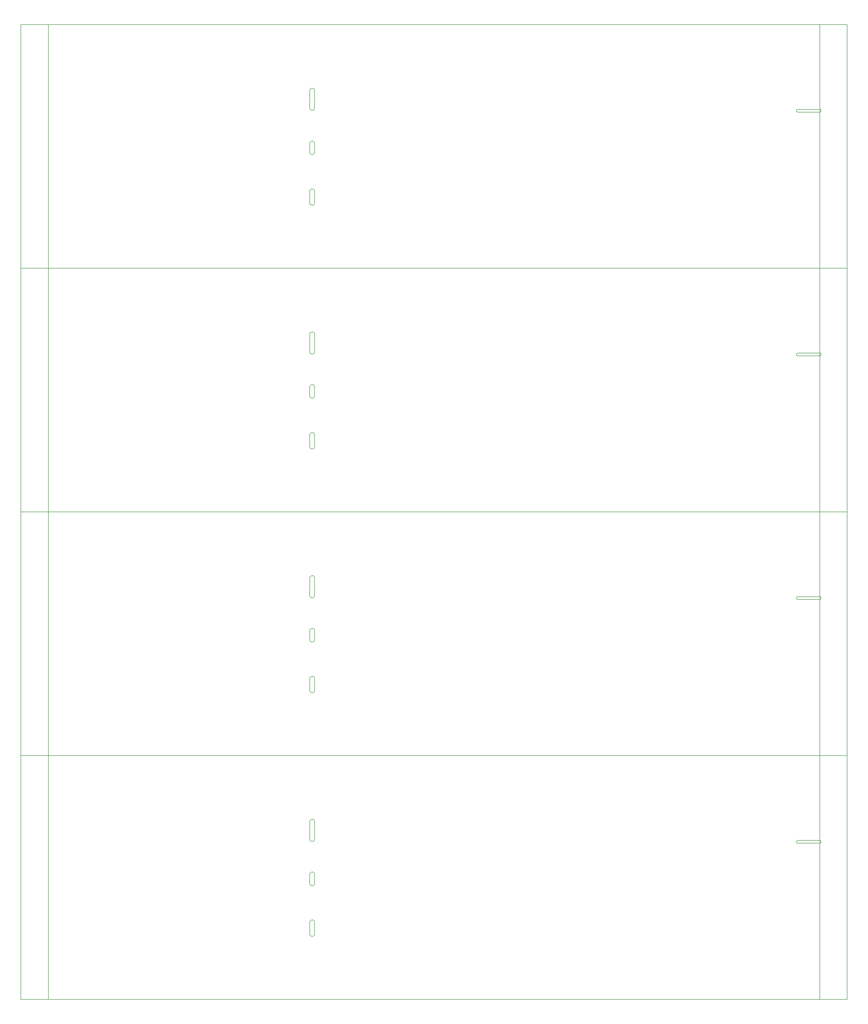
<source format=gko>
*
%FSLAX26Y26*%
%MOIN*%
%ADD10C,0.007874*%
%IPPOS*%
%LNs109699l04a0.gko*%
%LPD*%
G75*
G54D10*
X11178901Y2284650D02*
X11174530Y2284159D01*
X11170377Y2282709D01*
X11166650Y2280373D01*
X11163534Y2277268D01*
X11161186Y2273549D01*
X11159722Y2269401D01*
X11159216Y2265032D01*
X11159693Y2260659D01*
X11161128Y2256502D01*
X11163451Y2252766D01*
X11166545Y2249640D01*
X11170257Y2247280D01*
X11174400Y2245802D01*
X11178767Y2245281D01*
X11178901Y2245280D01*
Y2245280D02*
X11493701D01*
Y0D01*
X393701D01*
Y3503940D01*
X11493701D01*
Y2284650D01*
X11178901D01*
X4155766Y940950D02*
Y1106300D01*
X4156258Y1112186D01*
X4157722Y1117909D01*
X4160115Y1123309D01*
X4163373Y1128237D01*
X4167403Y1132555D01*
X4172095Y1136143D01*
X4177318Y1138902D01*
X4182927Y1140756D01*
X4188766Y1141651D01*
X4194672Y1141564D01*
X4200482Y1140498D01*
X4206034Y1138481D01*
X4211174Y1135570D01*
X4215758Y1131845D01*
X4219661Y1127411D01*
X4222772Y1122390D01*
X4225006Y1116922D01*
X4226301Y1111159D01*
X4226636Y1106300D01*
Y940950D01*
X4226143Y935064D01*
X4224680Y929341D01*
X4222286Y923941D01*
X4219029Y919013D01*
X4214998Y914695D01*
X4210306Y911107D01*
X4205083Y908348D01*
X4199475Y906494D01*
X4193636Y905599D01*
X4187730Y905686D01*
X4181920Y906752D01*
X4176368Y908769D01*
X4171228Y911680D01*
X4166643Y915405D01*
X4162741Y919839D01*
X4159630Y924860D01*
X4157395Y930328D01*
X4156100Y936091D01*
X4155766Y940950D01*
Y1669290D02*
Y1795280D01*
X4156258Y1801166D01*
X4157722Y1806889D01*
X4160115Y1812289D01*
X4163373Y1817217D01*
X4167403Y1821535D01*
X4172095Y1825123D01*
X4177318Y1827882D01*
X4182927Y1829736D01*
X4188766Y1830631D01*
X4194672Y1830544D01*
X4200482Y1829478D01*
X4206034Y1827461D01*
X4211174Y1824550D01*
X4215758Y1820825D01*
X4219661Y1816391D01*
X4222772Y1811370D01*
X4225006Y1805902D01*
X4226301Y1800139D01*
X4226636Y1795280D01*
Y1669290D01*
X4226143Y1663404D01*
X4224680Y1657681D01*
X4222286Y1652281D01*
X4219029Y1647353D01*
X4214998Y1643035D01*
X4210306Y1639447D01*
X4205083Y1636688D01*
X4199475Y1634834D01*
X4193636Y1633939D01*
X4187730Y1634025D01*
X4181920Y1635092D01*
X4176368Y1637109D01*
X4171228Y1640020D01*
X4166643Y1643745D01*
X4162741Y1648179D01*
X4159630Y1653200D01*
X4157395Y1658668D01*
X4156100Y1664431D01*
X4155766Y1669290D01*
Y2305120D02*
Y2553150D01*
X4156258Y2559036D01*
X4157722Y2564759D01*
X4160115Y2570159D01*
X4163373Y2575087D01*
X4167403Y2579405D01*
X4172095Y2582993D01*
X4177318Y2585752D01*
X4182927Y2587606D01*
X4188766Y2588501D01*
X4194672Y2588414D01*
X4200482Y2587348D01*
X4206034Y2585331D01*
X4211174Y2582420D01*
X4215758Y2578695D01*
X4219661Y2574261D01*
X4222772Y2569240D01*
X4225006Y2563772D01*
X4226301Y2558009D01*
X4226636Y2553150D01*
Y2305120D01*
X4226143Y2299234D01*
X4224680Y2293511D01*
X4222286Y2288111D01*
X4219029Y2283183D01*
X4214998Y2278865D01*
X4210306Y2275277D01*
X4205083Y2272518D01*
X4199475Y2270664D01*
X4193636Y2269769D01*
X4187730Y2269856D01*
X4181920Y2270922D01*
X4176368Y2272939D01*
X4171228Y2275850D01*
X4166643Y2279575D01*
X4162741Y2284009D01*
X4159630Y2289030D01*
X4157395Y2294498D01*
X4156100Y2300261D01*
X4155766Y2305120D01*
X11178901Y5788590D02*
X11174530Y5788099D01*
X11170377Y5786649D01*
X11166650Y5784313D01*
X11163534Y5781208D01*
X11161186Y5777489D01*
X11159722Y5773341D01*
X11159216Y5768972D01*
X11159693Y5764599D01*
X11161128Y5760442D01*
X11163451Y5756706D01*
X11166545Y5753580D01*
X11170257Y5751219D01*
X11174400Y5749742D01*
X11178767Y5749220D01*
X11178901Y5749220D01*
Y5749220D02*
X11493701D01*
Y3503940D01*
X393701D01*
Y7007880D01*
X11493701D01*
Y5788590D01*
X11178901D01*
X4155766Y4444890D02*
Y4610240D01*
X4156258Y4616126D01*
X4157722Y4621849D01*
X4160115Y4627249D01*
X4163373Y4632177D01*
X4167403Y4636495D01*
X4172095Y4640083D01*
X4177318Y4642842D01*
X4182927Y4644695D01*
X4188766Y4645591D01*
X4194672Y4645504D01*
X4200482Y4644438D01*
X4206034Y4642421D01*
X4211174Y4639510D01*
X4215758Y4635785D01*
X4219661Y4631351D01*
X4222772Y4626330D01*
X4225006Y4620862D01*
X4226301Y4615099D01*
X4226636Y4610240D01*
Y4444890D01*
X4226143Y4439004D01*
X4224680Y4433281D01*
X4222286Y4427881D01*
X4219029Y4422953D01*
X4214998Y4418635D01*
X4210306Y4415047D01*
X4205083Y4412288D01*
X4199475Y4410434D01*
X4193636Y4409539D01*
X4187730Y4409625D01*
X4181920Y4410692D01*
X4176368Y4412709D01*
X4171228Y4415620D01*
X4166643Y4419345D01*
X4162741Y4423779D01*
X4159630Y4428800D01*
X4157395Y4434268D01*
X4156100Y4440031D01*
X4155766Y4444890D01*
Y5173230D02*
Y5299220D01*
X4156258Y5305106D01*
X4157722Y5310829D01*
X4160115Y5316229D01*
X4163373Y5321157D01*
X4167403Y5325475D01*
X4172095Y5329063D01*
X4177318Y5331822D01*
X4182927Y5333675D01*
X4188766Y5334571D01*
X4194672Y5334484D01*
X4200482Y5333418D01*
X4206034Y5331401D01*
X4211174Y5328490D01*
X4215758Y5324765D01*
X4219661Y5320331D01*
X4222772Y5315310D01*
X4225006Y5309842D01*
X4226301Y5304079D01*
X4226636Y5299220D01*
Y5173230D01*
X4226143Y5167344D01*
X4224680Y5161621D01*
X4222286Y5156221D01*
X4219029Y5151293D01*
X4214998Y5146975D01*
X4210306Y5143387D01*
X4205083Y5140628D01*
X4199475Y5138774D01*
X4193636Y5137879D01*
X4187730Y5137965D01*
X4181920Y5139032D01*
X4176368Y5141049D01*
X4171228Y5143960D01*
X4166643Y5147685D01*
X4162741Y5152119D01*
X4159630Y5157140D01*
X4157395Y5162608D01*
X4156100Y5168371D01*
X4155766Y5173230D01*
Y5809060D02*
Y6057090D01*
X4156258Y6062976D01*
X4157722Y6068699D01*
X4160115Y6074099D01*
X4163373Y6079027D01*
X4167403Y6083345D01*
X4172095Y6086933D01*
X4177318Y6089692D01*
X4182927Y6091545D01*
X4188766Y6092441D01*
X4194672Y6092354D01*
X4200482Y6091288D01*
X4206034Y6089271D01*
X4211174Y6086360D01*
X4215758Y6082635D01*
X4219661Y6078201D01*
X4222772Y6073180D01*
X4225006Y6067712D01*
X4226301Y6061949D01*
X4226636Y6057090D01*
Y5809060D01*
X4226143Y5803174D01*
X4224680Y5797451D01*
X4222286Y5792051D01*
X4219029Y5787123D01*
X4214998Y5782805D01*
X4210306Y5779217D01*
X4205083Y5776458D01*
X4199475Y5774604D01*
X4193636Y5773709D01*
X4187730Y5773795D01*
X4181920Y5774862D01*
X4176368Y5776879D01*
X4171228Y5779790D01*
X4166643Y5783515D01*
X4162741Y5787949D01*
X4159630Y5792970D01*
X4157395Y5798438D01*
X4156100Y5804201D01*
X4155766Y5809060D01*
X11178901Y9292530D02*
X11174530Y9292039D01*
X11170377Y9290589D01*
X11166650Y9288253D01*
X11163534Y9285148D01*
X11161186Y9281429D01*
X11159722Y9277281D01*
X11159216Y9272912D01*
X11159693Y9268539D01*
X11161128Y9264381D01*
X11163451Y9260646D01*
X11166545Y9257520D01*
X11170257Y9255159D01*
X11174400Y9253681D01*
X11178767Y9253160D01*
X11178901Y9253160D01*
Y9253160D02*
X11493701D01*
Y7007880D01*
X393701D01*
Y10511820D01*
X11493701D01*
Y9292530D01*
X11178901D01*
X4155766Y7948830D02*
Y8114180D01*
X4156258Y8120066D01*
X4157722Y8125789D01*
X4160115Y8131189D01*
X4163373Y8136117D01*
X4167403Y8140435D01*
X4172095Y8144023D01*
X4177318Y8146782D01*
X4182927Y8148635D01*
X4188766Y8149531D01*
X4194672Y8149444D01*
X4200482Y8148378D01*
X4206034Y8146361D01*
X4211174Y8143450D01*
X4215758Y8139725D01*
X4219661Y8135291D01*
X4222772Y8130270D01*
X4225006Y8124802D01*
X4226301Y8119039D01*
X4226636Y8114180D01*
Y7948830D01*
X4226143Y7942944D01*
X4224680Y7937221D01*
X4222286Y7931821D01*
X4219029Y7926893D01*
X4214998Y7922575D01*
X4210306Y7918987D01*
X4205083Y7916228D01*
X4199475Y7914374D01*
X4193636Y7913479D01*
X4187730Y7913565D01*
X4181920Y7914632D01*
X4176368Y7916649D01*
X4171228Y7919560D01*
X4166643Y7923285D01*
X4162741Y7927719D01*
X4159630Y7932740D01*
X4157395Y7938208D01*
X4156100Y7943971D01*
X4155766Y7948830D01*
Y8677170D02*
Y8803160D01*
X4156258Y8809046D01*
X4157722Y8814769D01*
X4160115Y8820169D01*
X4163373Y8825097D01*
X4167403Y8829415D01*
X4172095Y8833003D01*
X4177318Y8835762D01*
X4182927Y8837615D01*
X4188766Y8838511D01*
X4194672Y8838424D01*
X4200482Y8837358D01*
X4206034Y8835341D01*
X4211174Y8832430D01*
X4215758Y8828705D01*
X4219661Y8824271D01*
X4222772Y8819250D01*
X4225006Y8813782D01*
X4226301Y8808019D01*
X4226636Y8803160D01*
Y8677170D01*
X4226143Y8671283D01*
X4224680Y8665561D01*
X4222286Y8660161D01*
X4219029Y8655233D01*
X4214998Y8650915D01*
X4210306Y8647327D01*
X4205083Y8644568D01*
X4199475Y8642714D01*
X4193636Y8641819D01*
X4187730Y8641905D01*
X4181920Y8642972D01*
X4176368Y8644989D01*
X4171228Y8647900D01*
X4166643Y8651625D01*
X4162741Y8656059D01*
X4159630Y8661080D01*
X4157395Y8666548D01*
X4156100Y8672311D01*
X4155766Y8677170D01*
Y9313000D02*
Y9561030D01*
X4156258Y9566916D01*
X4157722Y9572639D01*
X4160115Y9578039D01*
X4163373Y9582967D01*
X4167403Y9587285D01*
X4172095Y9590873D01*
X4177318Y9593632D01*
X4182927Y9595485D01*
X4188766Y9596381D01*
X4194672Y9596294D01*
X4200482Y9595228D01*
X4206034Y9593211D01*
X4211174Y9590300D01*
X4215758Y9586575D01*
X4219661Y9582141D01*
X4222772Y9577120D01*
X4225006Y9571652D01*
X4226301Y9565889D01*
X4226636Y9561030D01*
Y9313000D01*
X4226143Y9307113D01*
X4224680Y9301391D01*
X4222286Y9295991D01*
X4219029Y9291063D01*
X4214998Y9286745D01*
X4210306Y9283157D01*
X4205083Y9280398D01*
X4199475Y9278544D01*
X4193636Y9277649D01*
X4187730Y9277735D01*
X4181920Y9278802D01*
X4176368Y9280819D01*
X4171228Y9283730D01*
X4166643Y9287455D01*
X4162741Y9291889D01*
X4159630Y9296910D01*
X4157395Y9302378D01*
X4156100Y9308141D01*
X4155766Y9313000D01*
X11178901Y12796470D02*
X11174530Y12795979D01*
X11170377Y12794529D01*
X11166650Y12792193D01*
X11163534Y12789088D01*
X11161186Y12785369D01*
X11159722Y12781221D01*
X11159216Y12776852D01*
X11159693Y12772479D01*
X11161128Y12768321D01*
X11163451Y12764586D01*
X11166545Y12761460D01*
X11170257Y12759099D01*
X11174400Y12757621D01*
X11178767Y12757100D01*
X11178901Y12757100D01*
Y12757100D02*
X11493701D01*
Y10511820D01*
X393701D01*
Y14015760D01*
X11493701D01*
Y12796470D01*
X11178901D01*
X4155766Y11452770D02*
Y11618120D01*
X4156258Y11624006D01*
X4157722Y11629729D01*
X4160115Y11635129D01*
X4163373Y11640057D01*
X4167403Y11644375D01*
X4172095Y11647963D01*
X4177318Y11650722D01*
X4182927Y11652575D01*
X4188766Y11653471D01*
X4194672Y11653384D01*
X4200482Y11652318D01*
X4206034Y11650301D01*
X4211174Y11647390D01*
X4215758Y11643665D01*
X4219661Y11639231D01*
X4222772Y11634210D01*
X4225006Y11628742D01*
X4226301Y11622979D01*
X4226636Y11618120D01*
Y11452770D01*
X4226143Y11446883D01*
X4224680Y11441161D01*
X4222286Y11435761D01*
X4219029Y11430833D01*
X4214998Y11426515D01*
X4210306Y11422927D01*
X4205083Y11420168D01*
X4199475Y11418314D01*
X4193636Y11417419D01*
X4187730Y11417505D01*
X4181920Y11418572D01*
X4176368Y11420589D01*
X4171228Y11423500D01*
X4166643Y11427225D01*
X4162741Y11431659D01*
X4159630Y11436680D01*
X4157395Y11442148D01*
X4156100Y11447911D01*
X4155766Y11452770D01*
Y12181110D02*
Y12307100D01*
X4156258Y12312986D01*
X4157722Y12318709D01*
X4160115Y12324109D01*
X4163373Y12329037D01*
X4167403Y12333355D01*
X4172095Y12336943D01*
X4177318Y12339702D01*
X4182927Y12341555D01*
X4188766Y12342451D01*
X4194672Y12342364D01*
X4200482Y12341298D01*
X4206034Y12339281D01*
X4211174Y12336370D01*
X4215758Y12332645D01*
X4219661Y12328211D01*
X4222772Y12323190D01*
X4225006Y12317722D01*
X4226301Y12311959D01*
X4226636Y12307100D01*
Y12181110D01*
X4226143Y12175223D01*
X4224680Y12169501D01*
X4222286Y12164100D01*
X4219029Y12159173D01*
X4214998Y12154855D01*
X4210306Y12151267D01*
X4205083Y12148507D01*
X4199475Y12146654D01*
X4193636Y12145759D01*
X4187730Y12145845D01*
X4181920Y12146912D01*
X4176368Y12148929D01*
X4171228Y12151840D01*
X4166643Y12155564D01*
X4162741Y12159999D01*
X4159630Y12165020D01*
X4157395Y12170488D01*
X4156100Y12176251D01*
X4155766Y12181110D01*
Y12816940D02*
Y13064970D01*
X4156258Y13070856D01*
X4157722Y13076579D01*
X4160115Y13081979D01*
X4163373Y13086907D01*
X4167403Y13091225D01*
X4172095Y13094813D01*
X4177318Y13097572D01*
X4182927Y13099425D01*
X4188766Y13100321D01*
X4194672Y13100234D01*
X4200482Y13099168D01*
X4206034Y13097151D01*
X4211174Y13094240D01*
X4215758Y13090515D01*
X4219661Y13086081D01*
X4222772Y13081060D01*
X4225006Y13075592D01*
X4226301Y13069829D01*
X4226636Y13064970D01*
Y12816940D01*
X4226143Y12811053D01*
X4224680Y12805331D01*
X4222286Y12799931D01*
X4219029Y12795003D01*
X4214998Y12790685D01*
X4210306Y12787097D01*
X4205083Y12784338D01*
X4199475Y12782484D01*
X4193636Y12781589D01*
X4187730Y12781675D01*
X4181920Y12782742D01*
X4176368Y12784759D01*
X4171228Y12787670D01*
X4166643Y12791394D01*
X4162741Y12795829D01*
X4159630Y12800850D01*
X4157395Y12806318D01*
X4156100Y12812081D01*
X4155766Y12816940D01*
X0Y0D02*
X11887402D01*
Y14015760D01*
X0D01*
Y0D01*
Y3503940D02*
X11887402D01*
X0Y7007880D02*
X11887402D01*
X0Y10511820D02*
X11887402D01*
X11493701Y0D02*
Y14015760D01*
X393701D02*
Y0D01*
X11493701Y2284650D02*
X11498072Y2284159D01*
X11502225Y2282709D01*
X11505952Y2280373D01*
X11509067Y2277268D01*
X11511416Y2273549D01*
X11512879Y2269401D01*
X11513386Y2265032D01*
X11512909Y2260659D01*
X11511473Y2256502D01*
X11509150Y2252766D01*
X11506056Y2249640D01*
X11502345Y2247280D01*
X11498202Y2245802D01*
X11493834Y2245281D01*
X11493701Y2245280D01*
Y5788590D02*
X11498072Y5788099D01*
X11502225Y5786649D01*
X11505952Y5784313D01*
X11509067Y5781208D01*
X11511416Y5777489D01*
X11512879Y5773341D01*
X11513386Y5768972D01*
X11512909Y5764599D01*
X11511473Y5760442D01*
X11509150Y5756706D01*
X11506056Y5753580D01*
X11502345Y5751219D01*
X11498202Y5749742D01*
X11493834Y5749220D01*
X11493701Y5749220D01*
Y9292530D02*
X11498072Y9292039D01*
X11502225Y9290589D01*
X11505952Y9288253D01*
X11509067Y9285148D01*
X11511416Y9281429D01*
X11512879Y9277281D01*
X11513386Y9272912D01*
X11512909Y9268539D01*
X11511473Y9264381D01*
X11509150Y9260646D01*
X11506056Y9257520D01*
X11502345Y9255159D01*
X11498202Y9253681D01*
X11493834Y9253160D01*
X11493701Y9253160D01*
Y12796470D02*
X11498072Y12795979D01*
X11502225Y12794529D01*
X11505952Y12792193D01*
X11509067Y12789088D01*
X11511416Y12785369D01*
X11512879Y12781221D01*
X11513386Y12776852D01*
X11512909Y12772479D01*
X11511473Y12768321D01*
X11509150Y12764586D01*
X11506056Y12761460D01*
X11502345Y12759099D01*
X11498202Y12757621D01*
X11493834Y12757100D01*
X11493701Y12757100D01*
M02*

</source>
